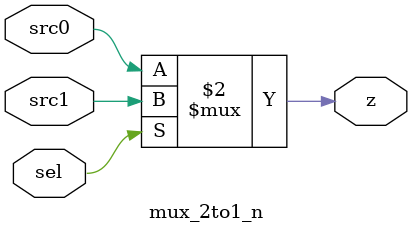
<source format=v>
module mux_2to1_n(src0, src1, sel, z);
	parameter n = 1;
	input [(n-1):0] src0, src1;
	input sel;
	output [(n-1):0] z;
	
	assign z = (sel == 1'b0) ? src0 : src1;
endmodule

</source>
